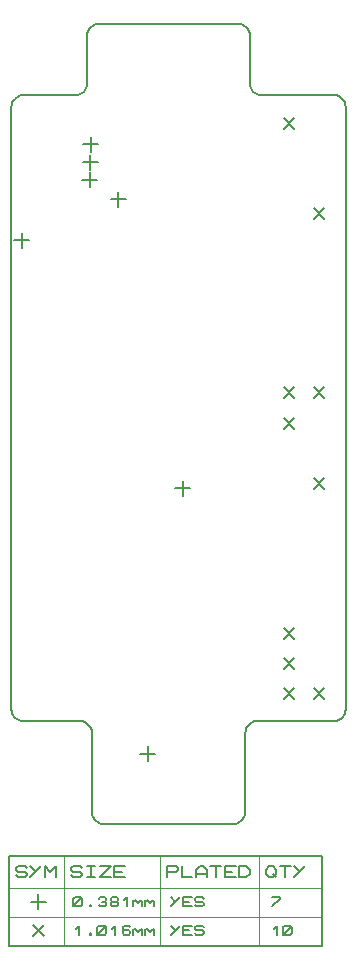
<source format=gbr>
G04 PROTEUS RS274X GERBER FILE*
%FSLAX45Y45*%
%MOMM*%
G01*
%ADD71C,0.203200*%
%ADD32C,0.127000*%
%ADD20C,0.063500*%
D71*
X-135548Y-2792743D02*
X-135548Y-2919743D01*
X-199048Y-2856243D02*
X-72048Y-2856243D01*
X-1203004Y+1552200D02*
X-1203004Y+1425200D01*
X-1266504Y+1488700D02*
X-1139504Y+1488700D01*
X-619148Y+2367227D02*
X-619148Y+2240227D01*
X-682648Y+2303727D02*
X-555648Y+2303727D01*
X-386522Y+1901675D02*
X-386522Y+1774675D01*
X-450022Y+1838175D02*
X-323022Y+1838175D01*
X-625000Y+2215421D02*
X-625000Y+2088421D01*
X-688500Y+2151921D02*
X-561500Y+2151921D01*
X-625580Y+2064947D02*
X-625580Y+1937947D01*
X-689080Y+2001447D02*
X-562080Y+2001447D01*
X+162114Y-546500D02*
X+162114Y-673500D01*
X+98614Y-610000D02*
X+225614Y-610000D01*
X+1270099Y-525099D02*
X+1359901Y-614901D01*
X+1270099Y-614901D02*
X+1359901Y-525099D01*
X+1015099Y-15099D02*
X+1104901Y-104901D01*
X+1015099Y-104901D02*
X+1104901Y-15099D01*
X+1015099Y-2050099D02*
X+1104901Y-2139901D01*
X+1015099Y-2139901D02*
X+1104901Y-2050099D01*
X+1015099Y-1795099D02*
X+1104901Y-1884901D01*
X+1015099Y-1884901D02*
X+1104901Y-1795099D01*
X+1015099Y-2305099D02*
X+1104901Y-2394901D01*
X+1015099Y-2394901D02*
X+1104901Y-2305099D01*
X+1015099Y+2524901D02*
X+1104901Y+2435099D01*
X+1015099Y+2435099D02*
X+1104901Y+2524901D01*
X+1270099Y+1759901D02*
X+1359901Y+1670099D01*
X+1270099Y+1670099D02*
X+1359901Y+1759901D01*
X+1269399Y-2301799D02*
X+1359201Y-2391601D01*
X+1269399Y-2391601D02*
X+1359201Y-2301799D01*
X+1015099Y+244901D02*
X+1104901Y+155099D01*
X+1015099Y+155099D02*
X+1104901Y+244901D01*
X+1270099Y+244901D02*
X+1359901Y+155099D01*
X+1270099Y+155099D02*
X+1359901Y+244901D01*
X-610000Y-3352045D02*
X-608010Y-3372492D01*
X-602285Y-3391400D01*
X-581094Y-3423139D01*
X-549356Y-3444330D01*
X-530447Y-3450055D01*
X-510000Y-3452045D01*
X-610000Y-3352045D02*
X-610000Y-2682045D01*
X-611990Y-2661598D01*
X-617715Y-2642690D01*
X-638906Y-2610951D01*
X-670644Y-2589760D01*
X-689553Y-2584035D01*
X-710000Y-2582045D01*
X-1190000Y-2582045D01*
X-1290000Y-2482045D02*
X-1288010Y-2502492D01*
X-1282285Y-2521400D01*
X-1261094Y-2553139D01*
X-1229356Y-2574330D01*
X-1210447Y-2580055D01*
X-1190000Y-2582045D01*
X-1290000Y-2482045D02*
X-1290000Y+2617964D01*
X-1288010Y+2638411D01*
X-1282285Y+2657319D01*
X-1261094Y+2689058D01*
X-1229356Y+2710249D01*
X-1210447Y+2715974D01*
X-1190000Y+2717964D01*
X-750000Y+2717964D01*
X-650000Y+2817964D02*
X-651990Y+2797517D01*
X-657715Y+2778609D01*
X-678906Y+2746870D01*
X-710644Y+2725679D01*
X-729553Y+2719954D01*
X-750000Y+2717964D01*
X-650000Y+2817964D02*
X-650000Y+3218300D01*
X-648010Y+3238747D01*
X-642285Y+3257655D01*
X-621094Y+3289394D01*
X-589356Y+3310585D01*
X-570447Y+3316310D01*
X-550000Y+3318300D01*
X+630000Y+3318300D01*
X+730000Y+3218300D02*
X+728010Y+3238747D01*
X+722285Y+3257655D01*
X+701094Y+3289394D01*
X+669356Y+3310585D01*
X+650447Y+3316310D01*
X+630000Y+3318300D01*
X+730000Y+3218300D02*
X+730000Y+2817964D01*
X+731990Y+2797517D01*
X+737715Y+2778609D01*
X+758906Y+2746870D01*
X+790644Y+2725679D01*
X+809553Y+2719954D01*
X+830000Y+2717964D01*
X+1440000Y+2717964D01*
X+1540000Y+2617964D02*
X+1538010Y+2638411D01*
X+1532285Y+2657319D01*
X+1511094Y+2689058D01*
X+1479356Y+2710249D01*
X+1460447Y+2715974D01*
X+1440000Y+2717964D01*
X+1540000Y+2617964D02*
X+1540000Y-2482045D01*
X+1538010Y-2502492D01*
X+1532285Y-2521400D01*
X+1511094Y-2553139D01*
X+1479356Y-2574330D01*
X+1460447Y-2580055D01*
X+1440000Y-2582045D01*
X+790000Y-2582045D01*
X+690000Y-2682045D02*
X+691990Y-2661598D01*
X+697715Y-2642690D01*
X+718906Y-2610951D01*
X+750644Y-2589760D01*
X+769553Y-2584035D01*
X+790000Y-2582045D01*
X+690000Y-2682045D02*
X+690000Y-3352045D01*
X+688010Y-3372492D01*
X+682285Y-3391400D01*
X+661094Y-3423139D01*
X+629356Y-3444330D01*
X+610447Y-3450055D01*
X+590000Y-3452045D01*
X+302500Y-3452045D01*
X-222500Y-3452045D02*
X-510000Y-3452045D01*
X+302500Y-3452045D02*
X-222500Y-3452045D01*
D32*
X-1309050Y-4487095D02*
X+1335090Y-4487095D01*
X+1335090Y-3725095D01*
X-1309050Y-3725095D01*
X-1309050Y-4487095D01*
D20*
X-841688Y-3725095D02*
X-841688Y-4487095D01*
X-28888Y-3725095D02*
X-28888Y-4487095D01*
X+804232Y-3725095D02*
X+804232Y-4487095D01*
X-1309050Y-3998145D02*
X+1335090Y-3998145D01*
X-1309050Y-4239445D02*
X+1335090Y-4239445D01*
D32*
X-1251900Y-3888925D02*
X-1236660Y-3904165D01*
X-1175700Y-3904165D01*
X-1160460Y-3888925D01*
X-1160460Y-3873685D01*
X-1175700Y-3858445D01*
X-1236660Y-3858445D01*
X-1251900Y-3843205D01*
X-1251900Y-3827965D01*
X-1236660Y-3812725D01*
X-1175700Y-3812725D01*
X-1160460Y-3827965D01*
X-1038540Y-3812725D02*
X-1129980Y-3904165D01*
X-1129980Y-3812725D02*
X-1084260Y-3858445D01*
X-1008060Y-3904165D02*
X-1008060Y-3812725D01*
X-962340Y-3858445D01*
X-916620Y-3812725D01*
X-916620Y-3904165D01*
X-784540Y-3888925D02*
X-769300Y-3904165D01*
X-708340Y-3904165D01*
X-693100Y-3888925D01*
X-693100Y-3873685D01*
X-708340Y-3858445D01*
X-769300Y-3858445D01*
X-784540Y-3843205D01*
X-784540Y-3827965D01*
X-769300Y-3812725D01*
X-708340Y-3812725D01*
X-693100Y-3827965D01*
X-647380Y-3812725D02*
X-586420Y-3812725D01*
X-616900Y-3812725D02*
X-616900Y-3904165D01*
X-647380Y-3904165D02*
X-586420Y-3904165D01*
X-540700Y-3812725D02*
X-449260Y-3812725D01*
X-540700Y-3904165D01*
X-449260Y-3904165D01*
X-327340Y-3904165D02*
X-418780Y-3904165D01*
X-418780Y-3812725D01*
X-327340Y-3812725D01*
X-418780Y-3858445D02*
X-357820Y-3858445D01*
X+28260Y-3904165D02*
X+28260Y-3812725D01*
X+104460Y-3812725D01*
X+119700Y-3827965D01*
X+119700Y-3843205D01*
X+104460Y-3858445D01*
X+28260Y-3858445D01*
X+150180Y-3812725D02*
X+150180Y-3904165D01*
X+241620Y-3904165D01*
X+272100Y-3904165D02*
X+272100Y-3843205D01*
X+302580Y-3812725D01*
X+333060Y-3812725D01*
X+363540Y-3843205D01*
X+363540Y-3904165D01*
X+272100Y-3873685D02*
X+363540Y-3873685D01*
X+394020Y-3812725D02*
X+485460Y-3812725D01*
X+439740Y-3812725D02*
X+439740Y-3904165D01*
X+607380Y-3904165D02*
X+515940Y-3904165D01*
X+515940Y-3812725D01*
X+607380Y-3812725D01*
X+515940Y-3858445D02*
X+576900Y-3858445D01*
X+637860Y-3904165D02*
X+637860Y-3812725D01*
X+698820Y-3812725D01*
X+729300Y-3843205D01*
X+729300Y-3873685D01*
X+698820Y-3904165D01*
X+637860Y-3904165D01*
X+861380Y-3843205D02*
X+891860Y-3812725D01*
X+922340Y-3812725D01*
X+952820Y-3843205D01*
X+952820Y-3873685D01*
X+922340Y-3904165D01*
X+891860Y-3904165D01*
X+861380Y-3873685D01*
X+861380Y-3843205D01*
X+922340Y-3873685D02*
X+952820Y-3904165D01*
X+983300Y-3812725D02*
X+1074740Y-3812725D01*
X+1029020Y-3812725D02*
X+1029020Y-3904165D01*
X+1196660Y-3812725D02*
X+1105220Y-3904165D01*
X+1105220Y-3812725D02*
X+1150940Y-3858445D01*
D71*
X-1062670Y-4048945D02*
X-1062670Y-4175945D01*
X-1126170Y-4112445D02*
X-999170Y-4112445D01*
D32*
X-765490Y-4137845D02*
X-765490Y-4087045D01*
X-752790Y-4074345D01*
X-701990Y-4074345D01*
X-689290Y-4087045D01*
X-689290Y-4137845D01*
X-701990Y-4150545D01*
X-752790Y-4150545D01*
X-765490Y-4137845D01*
X-765490Y-4150545D02*
X-689290Y-4074345D01*
X-625790Y-4137845D02*
X-613090Y-4137845D01*
X-613090Y-4150545D01*
X-625790Y-4150545D01*
X-625790Y-4137845D01*
X-549590Y-4087045D02*
X-536890Y-4074345D01*
X-498790Y-4074345D01*
X-486090Y-4087045D01*
X-486090Y-4099745D01*
X-498790Y-4112445D01*
X-486090Y-4125145D01*
X-486090Y-4137845D01*
X-498790Y-4150545D01*
X-536890Y-4150545D01*
X-549590Y-4137845D01*
X-524190Y-4112445D02*
X-498790Y-4112445D01*
X-435290Y-4112445D02*
X-447990Y-4099745D01*
X-447990Y-4087045D01*
X-435290Y-4074345D01*
X-397190Y-4074345D01*
X-384490Y-4087045D01*
X-384490Y-4099745D01*
X-397190Y-4112445D01*
X-435290Y-4112445D01*
X-447990Y-4125145D01*
X-447990Y-4137845D01*
X-435290Y-4150545D01*
X-397190Y-4150545D01*
X-384490Y-4137845D01*
X-384490Y-4125145D01*
X-397190Y-4112445D01*
X-333690Y-4099745D02*
X-308290Y-4074345D01*
X-308290Y-4150545D01*
X-257490Y-4150545D02*
X-257490Y-4099745D01*
X-257490Y-4112445D02*
X-244790Y-4099745D01*
X-219390Y-4125145D01*
X-193990Y-4099745D01*
X-181290Y-4112445D01*
X-181290Y-4150545D01*
X-155890Y-4150545D02*
X-155890Y-4099745D01*
X-155890Y-4112445D02*
X-143190Y-4099745D01*
X-117790Y-4125145D01*
X-92390Y-4099745D01*
X-79690Y-4112445D01*
X-79690Y-4150545D01*
X+136210Y-4074345D02*
X+60010Y-4150545D01*
X+60010Y-4074345D02*
X+98110Y-4112445D01*
X+237810Y-4150545D02*
X+161610Y-4150545D01*
X+161610Y-4074345D01*
X+237810Y-4074345D01*
X+161610Y-4112445D02*
X+212410Y-4112445D01*
X+263210Y-4137845D02*
X+275910Y-4150545D01*
X+326710Y-4150545D01*
X+339410Y-4137845D01*
X+339410Y-4125145D01*
X+326710Y-4112445D01*
X+275910Y-4112445D01*
X+263210Y-4099745D01*
X+263210Y-4087045D01*
X+275910Y-4074345D01*
X+326710Y-4074345D01*
X+339410Y-4087045D01*
X+918530Y-4074345D02*
X+982030Y-4074345D01*
X+982030Y-4087045D01*
X+918530Y-4150545D01*
D71*
X-1107571Y-4308844D02*
X-1017769Y-4398646D01*
X-1107571Y-4398646D02*
X-1017769Y-4308844D01*
D32*
X-740090Y-4341045D02*
X-714690Y-4315645D01*
X-714690Y-4391845D01*
X-625790Y-4379145D02*
X-613090Y-4379145D01*
X-613090Y-4391845D01*
X-625790Y-4391845D01*
X-625790Y-4379145D01*
X-562290Y-4379145D02*
X-562290Y-4328345D01*
X-549590Y-4315645D01*
X-498790Y-4315645D01*
X-486090Y-4328345D01*
X-486090Y-4379145D01*
X-498790Y-4391845D01*
X-549590Y-4391845D01*
X-562290Y-4379145D01*
X-562290Y-4391845D02*
X-486090Y-4315645D01*
X-435290Y-4341045D02*
X-409890Y-4315645D01*
X-409890Y-4391845D01*
X-282890Y-4328345D02*
X-295590Y-4315645D01*
X-333690Y-4315645D01*
X-346390Y-4328345D01*
X-346390Y-4379145D01*
X-333690Y-4391845D01*
X-295590Y-4391845D01*
X-282890Y-4379145D01*
X-282890Y-4366445D01*
X-295590Y-4353745D01*
X-346390Y-4353745D01*
X-257490Y-4391845D02*
X-257490Y-4341045D01*
X-257490Y-4353745D02*
X-244790Y-4341045D01*
X-219390Y-4366445D01*
X-193990Y-4341045D01*
X-181290Y-4353745D01*
X-181290Y-4391845D01*
X-155890Y-4391845D02*
X-155890Y-4341045D01*
X-155890Y-4353745D02*
X-143190Y-4341045D01*
X-117790Y-4366445D01*
X-92390Y-4341045D01*
X-79690Y-4353745D01*
X-79690Y-4391845D01*
X+136210Y-4315645D02*
X+60010Y-4391845D01*
X+60010Y-4315645D02*
X+98110Y-4353745D01*
X+237810Y-4391845D02*
X+161610Y-4391845D01*
X+161610Y-4315645D01*
X+237810Y-4315645D01*
X+161610Y-4353745D02*
X+212410Y-4353745D01*
X+263210Y-4379145D02*
X+275910Y-4391845D01*
X+326710Y-4391845D01*
X+339410Y-4379145D01*
X+339410Y-4366445D01*
X+326710Y-4353745D01*
X+275910Y-4353745D01*
X+263210Y-4341045D01*
X+263210Y-4328345D01*
X+275910Y-4315645D01*
X+326710Y-4315645D01*
X+339410Y-4328345D01*
X+931230Y-4341045D02*
X+956630Y-4315645D01*
X+956630Y-4391845D01*
X+1007430Y-4379145D02*
X+1007430Y-4328345D01*
X+1020130Y-4315645D01*
X+1070930Y-4315645D01*
X+1083630Y-4328345D01*
X+1083630Y-4379145D01*
X+1070930Y-4391845D01*
X+1020130Y-4391845D01*
X+1007430Y-4379145D01*
X+1007430Y-4391845D02*
X+1083630Y-4315645D01*
M02*

</source>
